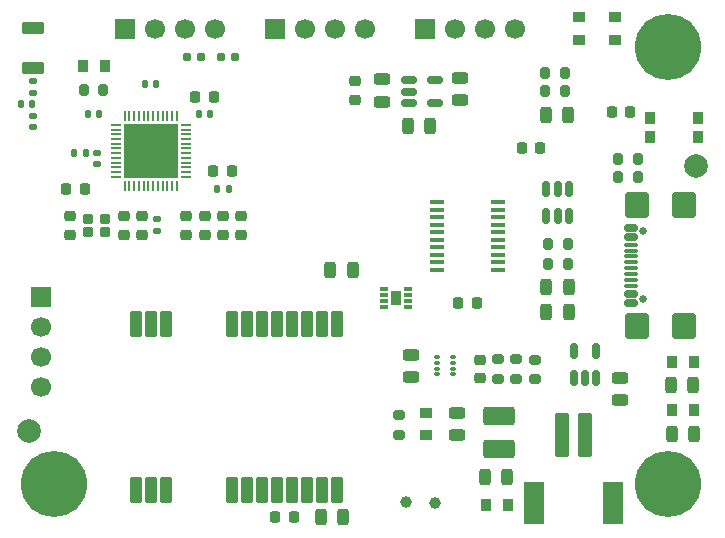
<source format=gbr>
%TF.GenerationSoftware,KiCad,Pcbnew,9.0.3*%
%TF.CreationDate,2025-07-23T13:55:41+02:00*%
%TF.ProjectId,LoRa_Project,4c6f5261-5f50-4726-9f6a-6563742e6b69,rev?*%
%TF.SameCoordinates,Original*%
%TF.FileFunction,Soldermask,Top*%
%TF.FilePolarity,Negative*%
%FSLAX46Y46*%
G04 Gerber Fmt 4.6, Leading zero omitted, Abs format (unit mm)*
G04 Created by KiCad (PCBNEW 9.0.3) date 2025-07-23 13:55:41*
%MOMM*%
%LPD*%
G01*
G04 APERTURE LIST*
G04 Aperture macros list*
%AMRoundRect*
0 Rectangle with rounded corners*
0 $1 Rounding radius*
0 $2 $3 $4 $5 $6 $7 $8 $9 X,Y pos of 4 corners*
0 Add a 4 corners polygon primitive as box body*
4,1,4,$2,$3,$4,$5,$6,$7,$8,$9,$2,$3,0*
0 Add four circle primitives for the rounded corners*
1,1,$1+$1,$2,$3*
1,1,$1+$1,$4,$5*
1,1,$1+$1,$6,$7*
1,1,$1+$1,$8,$9*
0 Add four rect primitives between the rounded corners*
20,1,$1+$1,$2,$3,$4,$5,0*
20,1,$1+$1,$4,$5,$6,$7,0*
20,1,$1+$1,$6,$7,$8,$9,0*
20,1,$1+$1,$8,$9,$2,$3,0*%
G04 Aperture macros list end*
%ADD10RoundRect,0.147500X-0.172500X0.147500X-0.172500X-0.147500X0.172500X-0.147500X0.172500X0.147500X0*%
%ADD11R,1.700000X1.700000*%
%ADD12C,1.700000*%
%ADD13RoundRect,0.150000X0.150000X-0.512500X0.150000X0.512500X-0.150000X0.512500X-0.150000X-0.512500X0*%
%ADD14RoundRect,0.100000X-0.300000X-0.450000X0.300000X-0.450000X0.300000X0.450000X-0.300000X0.450000X0*%
%ADD15C,1.000000*%
%ADD16RoundRect,0.225000X-0.225000X-0.250000X0.225000X-0.250000X0.225000X0.250000X-0.225000X0.250000X0*%
%ADD17RoundRect,0.218750X-0.218750X-0.256250X0.218750X-0.256250X0.218750X0.256250X-0.218750X0.256250X0*%
%ADD18RoundRect,0.147500X-0.147500X-0.172500X0.147500X-0.172500X0.147500X0.172500X-0.147500X0.172500X0*%
%ADD19RoundRect,0.243750X-0.456250X0.243750X-0.456250X-0.243750X0.456250X-0.243750X0.456250X0.243750X0*%
%ADD20RoundRect,0.147500X0.147500X0.172500X-0.147500X0.172500X-0.147500X-0.172500X0.147500X-0.172500X0*%
%ADD21RoundRect,0.100000X0.450000X-0.300000X0.450000X0.300000X-0.450000X0.300000X-0.450000X-0.300000X0*%
%ADD22RoundRect,0.160000X-0.197500X-0.160000X0.197500X-0.160000X0.197500X0.160000X-0.197500X0.160000X0*%
%ADD23C,3.600000*%
%ADD24C,5.600000*%
%ADD25RoundRect,0.050000X0.200000X0.100000X-0.200000X0.100000X-0.200000X-0.100000X0.200000X-0.100000X0*%
%ADD26RoundRect,0.243750X0.243750X0.456250X-0.243750X0.456250X-0.243750X-0.456250X0.243750X-0.456250X0*%
%ADD27RoundRect,0.218750X-0.256250X0.218750X-0.256250X-0.218750X0.256250X-0.218750X0.256250X0.218750X0*%
%ADD28RoundRect,0.243750X-0.243750X-0.456250X0.243750X-0.456250X0.243750X0.456250X-0.243750X0.456250X0*%
%ADD29RoundRect,0.200000X-0.275000X0.200000X-0.275000X-0.200000X0.275000X-0.200000X0.275000X0.200000X0*%
%ADD30RoundRect,0.200000X0.250000X0.200000X-0.250000X0.200000X-0.250000X-0.200000X0.250000X-0.200000X0*%
%ADD31RoundRect,0.200000X0.275000X-0.200000X0.275000X0.200000X-0.275000X0.200000X-0.275000X-0.200000X0*%
%ADD32RoundRect,0.150000X-0.150000X0.512500X-0.150000X-0.512500X0.150000X-0.512500X0.150000X0.512500X0*%
%ADD33RoundRect,0.102000X-0.400000X1.000000X-0.400000X-1.000000X0.400000X-1.000000X0.400000X1.000000X0*%
%ADD34RoundRect,0.200000X0.200000X0.275000X-0.200000X0.275000X-0.200000X-0.275000X0.200000X-0.275000X0*%
%ADD35RoundRect,0.150000X-0.512500X-0.150000X0.512500X-0.150000X0.512500X0.150000X-0.512500X0.150000X0*%
%ADD36R,1.200000X0.400000*%
%ADD37R,0.750000X0.300000*%
%ADD38R,0.900000X1.300000*%
%ADD39RoundRect,0.050000X0.350000X0.050000X-0.350000X0.050000X-0.350000X-0.050000X0.350000X-0.050000X0*%
%ADD40RoundRect,0.050000X0.050000X0.350000X-0.050000X0.350000X-0.050000X-0.350000X0.050000X-0.350000X0*%
%ADD41R,4.600000X4.600000*%
%ADD42C,0.650000*%
%ADD43RoundRect,0.150000X0.425000X-0.150000X0.425000X0.150000X-0.425000X0.150000X-0.425000X-0.150000X0*%
%ADD44RoundRect,0.075000X0.500000X-0.075000X0.500000X0.075000X-0.500000X0.075000X-0.500000X-0.075000X0*%
%ADD45RoundRect,0.250000X0.750000X-0.840000X0.750000X0.840000X-0.750000X0.840000X-0.750000X-0.840000X0*%
%ADD46RoundRect,0.200000X-0.200000X-0.275000X0.200000X-0.275000X0.200000X0.275000X-0.200000X0.275000X0*%
%ADD47RoundRect,0.140000X-0.170000X0.140000X-0.170000X-0.140000X0.170000X-0.140000X0.170000X0.140000X0*%
%ADD48RoundRect,0.218750X0.218750X0.256250X-0.218750X0.256250X-0.218750X-0.256250X0.218750X-0.256250X0*%
%ADD49RoundRect,0.218750X0.256250X-0.218750X0.256250X0.218750X-0.256250X0.218750X-0.256250X-0.218750X0*%
%ADD50RoundRect,0.147500X0.172500X-0.147500X0.172500X0.147500X-0.172500X0.147500X-0.172500X-0.147500X0*%
%ADD51RoundRect,0.160000X0.197500X0.160000X-0.197500X0.160000X-0.197500X-0.160000X0.197500X-0.160000X0*%
%ADD52RoundRect,0.320000X-1.030000X0.480000X-1.030000X-0.480000X1.030000X-0.480000X1.030000X0.480000X0*%
%ADD53R,0.900000X1.000000*%
%ADD54C,2.000000*%
%ADD55RoundRect,0.102000X0.500000X1.750000X-0.500000X1.750000X-0.500000X-1.750000X0.500000X-1.750000X0*%
%ADD56RoundRect,0.102000X0.750000X1.700000X-0.750000X1.700000X-0.750000X-1.700000X0.750000X-1.700000X0*%
%ADD57RoundRect,0.102000X0.800000X-0.400000X0.800000X0.400000X-0.800000X0.400000X-0.800000X-0.400000X0*%
G04 APERTURE END LIST*
D10*
%TO.C,C29*%
X202692000Y-71582000D03*
X202692000Y-70612000D03*
%TD*%
D11*
%TO.C,J3*%
X212690000Y-54500000D03*
D12*
X215230000Y-54500000D03*
X217770000Y-54500000D03*
X220310000Y-54500000D03*
%TD*%
D13*
%TO.C,U4*%
X237999999Y-84000000D03*
X238949999Y-84000000D03*
X239899999Y-84000000D03*
X239899999Y-81725000D03*
X237999999Y-81725000D03*
%TD*%
D14*
%TO.C,D7*%
X196436500Y-57658000D03*
X198336498Y-57658000D03*
%TD*%
D15*
%TO.C,TP5*%
X226300000Y-94600000D03*
%TD*%
D16*
%TO.C,C12*%
X233625000Y-64600000D03*
X235175000Y-64600000D03*
%TD*%
D17*
%TO.C,C27*%
X241212500Y-61500000D03*
X242787500Y-61500000D03*
%TD*%
D18*
%TO.C,C10*%
X206259000Y-61728000D03*
X207229000Y-61728000D03*
%TD*%
D19*
%TO.C,C5*%
X228362500Y-58662500D03*
X228362500Y-60537500D03*
%TD*%
D20*
%TO.C,C8*%
X202669000Y-59182000D03*
X201699000Y-59182000D03*
%TD*%
D21*
%TO.C,D6*%
X225500000Y-88900000D03*
X225500000Y-87000002D03*
%TD*%
D22*
%TO.C,R15*%
X208129500Y-56886000D03*
X209324500Y-56886000D03*
%TD*%
D15*
%TO.C,TP4*%
X223800000Y-94500000D03*
%TD*%
D21*
%TO.C,D2*%
X241540000Y-55399999D03*
X241540000Y-53500001D03*
%TD*%
D23*
%TO.C,H3*%
X194000000Y-93000000D03*
D24*
X194000000Y-93000000D03*
%TD*%
D25*
%TO.C,U1*%
X227785800Y-83737499D03*
X227785800Y-83237499D03*
X227785800Y-82737499D03*
X227785800Y-82237499D03*
X226414200Y-82237499D03*
X226414200Y-82737499D03*
X226414200Y-83237499D03*
X226414200Y-83737499D03*
%TD*%
D26*
%TO.C,C6*%
X219287500Y-74900000D03*
X217412500Y-74900000D03*
%TD*%
D27*
%TO.C,C21*%
X206804000Y-70358000D03*
X206804000Y-71933002D03*
%TD*%
D28*
%TO.C,R10*%
X230462499Y-92400000D03*
X232337501Y-92400000D03*
%TD*%
D19*
%TO.C,R5*%
X224200000Y-82062499D03*
X224200000Y-83937501D03*
%TD*%
D28*
%TO.C,C14*%
X216625000Y-95800000D03*
X218500000Y-95800000D03*
%TD*%
D29*
%TO.C,R13*%
X223200000Y-87175000D03*
X223200000Y-88825000D03*
%TD*%
D30*
%TO.C,Y1*%
X198325999Y-70545499D03*
X196925999Y-70545499D03*
X196925999Y-71645499D03*
X198325999Y-71645499D03*
%TD*%
D27*
%TO.C,C1*%
X230100000Y-82487500D03*
X230100000Y-84062500D03*
%TD*%
D31*
%TO.C,R2*%
X233100000Y-84100000D03*
X233100000Y-82450000D03*
%TD*%
D32*
%TO.C,U3*%
X237600000Y-68075000D03*
X236650001Y-68075000D03*
X235700002Y-68075000D03*
X235700002Y-70350000D03*
X236650001Y-70350000D03*
X237600000Y-70350000D03*
%TD*%
D33*
%TO.C,IC2*%
X200960000Y-79500000D03*
X202230000Y-79500000D03*
X203500000Y-79500000D03*
X209070000Y-79500000D03*
X210340000Y-79500000D03*
X211610000Y-79500000D03*
X212880000Y-79500000D03*
X214150000Y-79500000D03*
X215420000Y-79500000D03*
X216690000Y-79500000D03*
X217960000Y-79500000D03*
X217960000Y-93500000D03*
X216690000Y-93500000D03*
X215420000Y-93500000D03*
X214150000Y-93500000D03*
X212880000Y-93500000D03*
X211610000Y-93500000D03*
X210340000Y-93500000D03*
X209070000Y-93500000D03*
X203500000Y-93500000D03*
X202230000Y-93500000D03*
X200960000Y-93500000D03*
%TD*%
D34*
%TO.C,R16*%
X198183000Y-59690000D03*
X196533000Y-59690000D03*
%TD*%
D11*
%TO.C,J7*%
X192900000Y-77216000D03*
D12*
X192900000Y-79756000D03*
X192900000Y-82296000D03*
X192900000Y-84836000D03*
%TD*%
D18*
%TO.C,C28*%
X207818000Y-68072000D03*
X208788000Y-68072000D03*
%TD*%
D20*
%TO.C,L6*%
X196682786Y-65000000D03*
X195712786Y-65000000D03*
%TD*%
D28*
%TO.C,R11*%
X246324999Y-88750000D03*
X248200001Y-88750000D03*
%TD*%
D35*
%TO.C,U2*%
X224025000Y-58850000D03*
X224025000Y-59800000D03*
X224025000Y-60750000D03*
X226300000Y-60750000D03*
X226300000Y-58850000D03*
%TD*%
D36*
%TO.C,U6*%
X226400000Y-69142500D03*
X226400000Y-69777500D03*
X226399999Y-70412500D03*
X226400000Y-71047500D03*
X226400000Y-71682500D03*
X226400000Y-72317500D03*
X226400000Y-72952500D03*
X226399999Y-73587500D03*
X226400000Y-74222500D03*
X226400000Y-74857500D03*
X231600000Y-74857500D03*
X231600000Y-74222500D03*
X231600001Y-73587500D03*
X231600000Y-72952500D03*
X231600000Y-72317500D03*
X231600000Y-71682500D03*
X231600000Y-71047500D03*
X231600001Y-70412500D03*
X231600000Y-69777500D03*
X231600000Y-69142500D03*
%TD*%
D14*
%TO.C,D3*%
X246300001Y-82650000D03*
X248199999Y-82650000D03*
%TD*%
D29*
%TO.C,R12*%
X234700000Y-82475000D03*
X234700000Y-84125000D03*
%TD*%
D37*
%TO.C,IC1*%
X221950000Y-76500000D03*
X221950000Y-77000000D03*
X221950000Y-77500000D03*
X221950000Y-78000000D03*
X223950000Y-78000000D03*
X223950000Y-77500000D03*
X223950000Y-77000000D03*
X223950000Y-76500000D03*
D38*
X222950000Y-77250000D03*
%TD*%
D39*
%TO.C,U5*%
X205150000Y-67000000D03*
X205150000Y-66600000D03*
X205150000Y-66199999D03*
X205150000Y-65800000D03*
X205150000Y-65400000D03*
X205150000Y-64999999D03*
X205150000Y-64600001D03*
X205150000Y-64200000D03*
X205150000Y-63800000D03*
X205150000Y-63400001D03*
X205150000Y-63000000D03*
X205150000Y-62600000D03*
D40*
X204400000Y-61850000D03*
X204000000Y-61850000D03*
X203599999Y-61850000D03*
X203200000Y-61850000D03*
X202800000Y-61850000D03*
X202399999Y-61850000D03*
X202000001Y-61850000D03*
X201600000Y-61850000D03*
X201200000Y-61850000D03*
X200800001Y-61850000D03*
X200400000Y-61850000D03*
X200000000Y-61850000D03*
D39*
X199250000Y-62600000D03*
X199250000Y-63000000D03*
X199250000Y-63400001D03*
X199250000Y-63800000D03*
X199250000Y-64200000D03*
X199250000Y-64600001D03*
X199250000Y-64999999D03*
X199250000Y-65400000D03*
X199250000Y-65800000D03*
X199250000Y-66199999D03*
X199250000Y-66600000D03*
X199250000Y-67000000D03*
D40*
X200000000Y-67750000D03*
X200400000Y-67750000D03*
X200800001Y-67750000D03*
X201200000Y-67750000D03*
X201600000Y-67750000D03*
X202000001Y-67750000D03*
X202399999Y-67750000D03*
X202800000Y-67750000D03*
X203200000Y-67750000D03*
X203599999Y-67750000D03*
X204000000Y-67750000D03*
X204400000Y-67750000D03*
D41*
X202200000Y-64800000D03*
%TD*%
D42*
%TO.C,J2*%
X243895000Y-77390000D03*
X243895000Y-71610000D03*
D43*
X242820000Y-77700000D03*
X242820000Y-76900000D03*
D44*
X242820000Y-75750000D03*
X242820000Y-74750000D03*
X242820000Y-74250000D03*
X242820000Y-73250000D03*
D43*
X242820000Y-72100000D03*
X242820000Y-71300000D03*
X242820000Y-71300000D03*
X242820000Y-72100000D03*
D44*
X242820000Y-72750000D03*
X242820000Y-73750000D03*
X242820000Y-75250000D03*
X242820000Y-76250000D03*
D43*
X242820000Y-76900000D03*
X242820000Y-77700000D03*
D45*
X243395000Y-79610000D03*
X247325000Y-79610000D03*
X243395000Y-69390000D03*
X247325000Y-69390000D03*
%TD*%
D23*
%TO.C,H2*%
X245999999Y-56000001D03*
D24*
X245999999Y-56000001D03*
%TD*%
D46*
%TO.C,R8*%
X235600000Y-58250000D03*
X237250000Y-58250000D03*
%TD*%
%TO.C,R18*%
X235875000Y-74400000D03*
X237525000Y-74400000D03*
%TD*%
D18*
%TO.C,L5*%
X191215000Y-60850000D03*
X192185000Y-60850000D03*
%TD*%
D20*
%TO.C,C26*%
X197843000Y-61722000D03*
X196873000Y-61722000D03*
%TD*%
D28*
%TO.C,R20*%
X235662499Y-61750000D03*
X237537501Y-61750000D03*
%TD*%
D11*
%TO.C,J6*%
X225420001Y-54500000D03*
D12*
X227960001Y-54500000D03*
X230500001Y-54500000D03*
X233040001Y-54500000D03*
%TD*%
D27*
%TO.C,C24*%
X201422000Y-70357999D03*
X201422000Y-71932999D03*
%TD*%
D47*
%TO.C,C31*%
X197612000Y-65000000D03*
X197612000Y-65960000D03*
%TD*%
D26*
%TO.C,R3*%
X237574000Y-78426000D03*
X235698998Y-78426000D03*
%TD*%
D27*
%TO.C,L3*%
X208304000Y-70358000D03*
X208304000Y-71933002D03*
%TD*%
D48*
%TO.C,C11*%
X229799999Y-77700000D03*
X228224999Y-77700000D03*
%TD*%
D49*
%TO.C,C25*%
X199926000Y-71933000D03*
X199926000Y-70357998D03*
%TD*%
D27*
%TO.C,C23*%
X205206000Y-70357999D03*
X205206000Y-71932999D03*
%TD*%
D49*
%TO.C,L2*%
X209804000Y-71933002D03*
X209804000Y-70358000D03*
%TD*%
D17*
%TO.C,C20*%
X205956500Y-60278000D03*
X207531500Y-60278000D03*
%TD*%
D14*
%TO.C,D5*%
X246300001Y-86730000D03*
X248199999Y-86730000D03*
%TD*%
D31*
%TO.C,R1*%
X231600000Y-84100000D03*
X231600000Y-82450000D03*
%TD*%
D50*
%TO.C,L4*%
X192200000Y-59900000D03*
X192200000Y-58930000D03*
%TD*%
D46*
%TO.C,R7*%
X235600000Y-59750000D03*
X237250000Y-59750000D03*
%TD*%
D19*
%TO.C,C19*%
X221762500Y-58762500D03*
X221762500Y-60637500D03*
%TD*%
D51*
%TO.C,R14*%
X206427000Y-56896000D03*
X205232000Y-56896000D03*
%TD*%
D48*
%TO.C,C22*%
X196621501Y-68072000D03*
X195046499Y-68072000D03*
%TD*%
D52*
%TO.C,C7*%
X231700000Y-87250001D03*
X231700000Y-90049999D03*
%TD*%
D48*
%TO.C,C13*%
X214337501Y-95800000D03*
X212762501Y-95800000D03*
%TD*%
D53*
%TO.C,RST1*%
X248550000Y-62000000D03*
X248550000Y-63600000D03*
X244450000Y-63600000D03*
X244450000Y-62000000D03*
%TD*%
D54*
%TO.C,FID2*%
X191900000Y-88500000D03*
%TD*%
D19*
%TO.C,C18*%
X228100000Y-86962500D03*
X228100000Y-88837500D03*
%TD*%
D11*
%TO.C,J1*%
X200000000Y-54500000D03*
D12*
X202540000Y-54500000D03*
X205080000Y-54500000D03*
X207620000Y-54500000D03*
%TD*%
D28*
%TO.C,R4*%
X235698998Y-76376000D03*
X237574000Y-76376000D03*
%TD*%
D34*
%TO.C,R19*%
X243425000Y-67000000D03*
X241775000Y-67000000D03*
%TD*%
D14*
%TO.C,D4*%
X230550001Y-94825000D03*
X232449999Y-94825000D03*
%TD*%
D54*
%TO.C,FID1*%
X248400000Y-66100000D03*
%TD*%
D19*
%TO.C,C17*%
X241900000Y-84062499D03*
X241900000Y-85937501D03*
%TD*%
D26*
%TO.C,C4*%
X225825000Y-62725000D03*
X223950000Y-62725000D03*
%TD*%
D50*
%TO.C,C30*%
X192200000Y-62785000D03*
X192200000Y-61815000D03*
%TD*%
D55*
%TO.C,J4*%
X237000000Y-88875000D03*
X239000000Y-88875000D03*
D56*
X234650000Y-94625000D03*
X241350000Y-94625000D03*
%TD*%
D23*
%TO.C,H4*%
X245999999Y-92999999D03*
D24*
X245999999Y-92999999D03*
%TD*%
D28*
%TO.C,R9*%
X246262499Y-84650000D03*
X248137501Y-84650000D03*
%TD*%
D27*
%TO.C,C2*%
X219462500Y-58912500D03*
X219462500Y-60487500D03*
%TD*%
D57*
%TO.C,E1*%
X192200000Y-57800001D03*
X192200000Y-54399999D03*
%TD*%
D34*
%TO.C,R21*%
X243425000Y-65500000D03*
X241775000Y-65500000D03*
%TD*%
D17*
%TO.C,C3*%
X207492500Y-66548000D03*
X209067500Y-66548000D03*
%TD*%
D21*
%TO.C,D1*%
X238500000Y-55399998D03*
X238500000Y-53500000D03*
%TD*%
D34*
%TO.C,R6*%
X237525000Y-72700000D03*
X235875000Y-72700000D03*
%TD*%
D49*
%TO.C,C9*%
X195326000Y-71933001D03*
X195326000Y-70357999D03*
%TD*%
M02*

</source>
